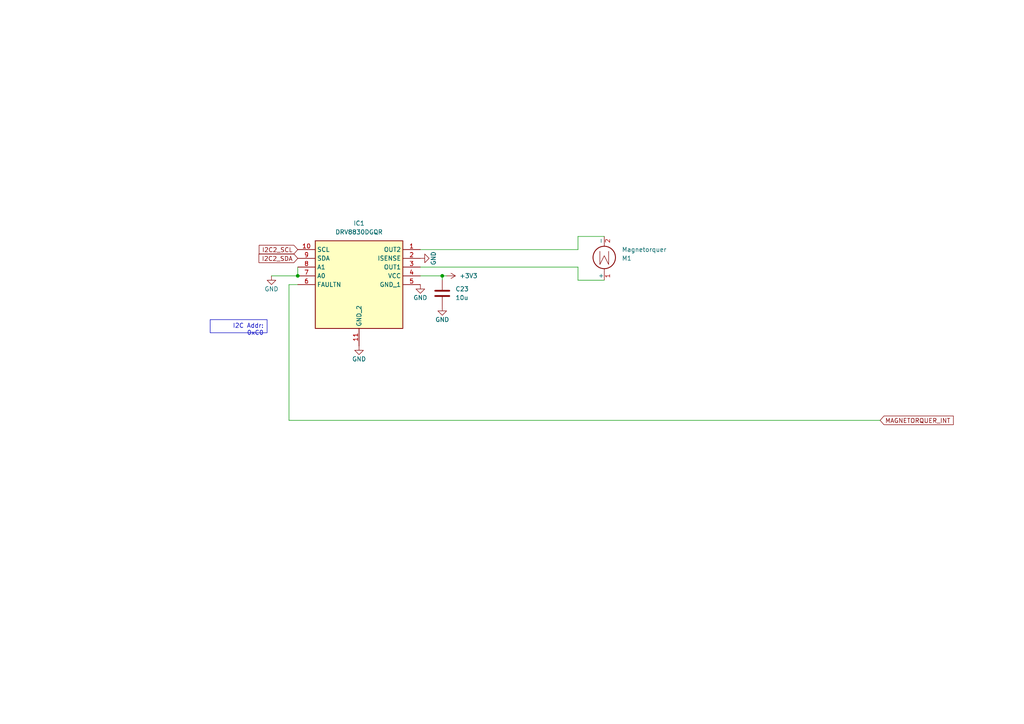
<source format=kicad_sch>
(kicad_sch (version 20230121) (generator eeschema)
  (paper "A4")
  (lib_symbols
    (symbol "Device:C" (pin_numbers hide) (pin_names (offset 0.254))
      (property "Reference" "C" (at 0.635 2.54 0))
      (property "Value" "C" (at 0.635 -2.54 0))
      (symbol "C_0_1"
        (polyline (pts (xy -2.032 -0.762) (xy 2.032 -0.762)) (stroke (width 0.508)))
        (polyline (pts (xy -2.032 0.762) (xy 2.032 0.762)) (stroke (width 0.508)))
      )
      (symbol "C_1_1"
        (pin passive line (at 0 3.81 270) (length 2.794) (name "~") (number "1"))
        (pin passive line (at 0 -3.81 90) (length 2.794) (name "~") (number "2"))
      )
    )
    (symbol "Motor:Motor_DC" (pin_names (offset 0))
      (property "Reference" "M" (at 2.54 2.54 0))
      (property "Value" "Motor_DC" (at 2.54 -5.08 0))
      (symbol "Motor_DC_0_0"
        (polyline (pts (xy -1.27 -3.302) (xy -1.27 0.508) (xy 0 -2.032) (xy 1.27 0.508) (xy 1.27 -3.302)))
      )
      (symbol "Motor_DC_0_1"
        (circle (center 0 -1.524) (radius 3.2512) (stroke (width 0.254)))
        (polyline (pts (xy 0 -7.62) (xy 0 -7.112)))
        (polyline (pts (xy 0 -4.7752) (xy 0 -5.1816)))
        (polyline (pts (xy 0 1.7272) (xy 0 2.0828)))
        (polyline (pts (xy 0 2.032) (xy 0 2.54)))
      )
      (symbol "Motor_DC_1_1"
        (pin passive line (at 0 5.08 270) (length 2.54) (name "+") (number "1"))
        (pin passive line (at 0 -7.62 90) (length 2.54) (name "-") (number "2"))
      )
    )
    (symbol "TVSC:DRV8830DGQR"
      (property "Reference" "IC" (at 31.75 7.62 0))
      (property "Value" "DRV8830DGQR" (at 31.75 5.08 0))
      (symbol "DRV8830DGQR_1_1"
        (rectangle (start 5.08 2.54) (end 30.48 -22.86) (stroke (width 0.254)) (fill (type background)))
        (pin passive line (at 0 0 0) (length 5.08) (name "OUT2") (number "1"))
        (pin passive line (at 35.56 0 180) (length 5.08) (name "SCL") (number "10"))
        (pin passive line (at 17.78 -27.94 90) (length 5.08) (name "GND_2") (number "11"))
        (pin passive line (at 0 -2.54 0) (length 5.08) (name "ISENSE") (number "2"))
        (pin passive line (at 0 -5.08 0) (length 5.08) (name "OUT1") (number "3"))
        (pin passive line (at 0 -7.62 0) (length 5.08) (name "VCC") (number "4"))
        (pin passive line (at 0 -10.16 0) (length 5.08) (name "GND_1") (number "5"))
        (pin passive line (at 35.56 -10.16 180) (length 5.08) (name "FAULTN") (number "6"))
        (pin passive line (at 35.56 -7.62 180) (length 5.08) (name "A0") (number "7"))
        (pin passive line (at 35.56 -5.08 180) (length 5.08) (name "A1") (number "8"))
        (pin passive line (at 35.56 -2.54 180) (length 5.08) (name "SDA") (number "9"))
      )
    )
    (symbol "power:+3V3" (power) (pin_names (offset 0))
      (property "Value" "+3V3" (at 0 3.556 0))
      (symbol "+3V3_0_1"
        (polyline (pts (xy -0.762 1.27) (xy 0 2.54)))
        (polyline (pts (xy 0 0) (xy 0 2.54)))
        (polyline (pts (xy 0 2.54) (xy 0.762 1.27)))
      )
      (symbol "+3V3_1_1"
        (pin power_in line (at 0 0 90) (length 0) hide (name "+3V3") (number "1"))
      )
    )
    (symbol "power:GND" (power) (pin_names (offset 0))
      (property "Value" "GND" (at 0 -3.81 0))
      (symbol "GND_0_1"
        (polyline (pts (xy 0 0) (xy 0 -1.27) (xy 1.27 -1.27) (xy 0 -2.54) (xy -1.27 -1.27) (xy 0 -1.27)))
      )
      (symbol "GND_1_1"
        (pin power_in line (at 0 0 270) (length 0) hide (name "GND") (number "1"))
      )
    )
  )
  (junction (at 86.36 80.01))
  (junction (at 128.27 80.01))
  (wire (pts (xy 86.36 77.47) (xy 86.36 80.01)))
  (wire (pts (xy 83.82 82.55) (xy 86.36 82.55)))
  (wire (pts (xy 83.82 121.92) (xy 255.27 121.92)))
  (wire (pts (xy 121.92 77.47) (xy 167.64 77.47)))
  (wire (pts (xy 167.64 68.58) (xy 175.26 68.58)))
  (wire (pts (xy 78.74 80.01) (xy 86.36 80.01)))
  (wire (pts (xy 129.54 80.01) (xy 128.27 80.01)))
  (wire (pts (xy 167.64 81.28) (xy 175.26 81.28)))
  (wire (pts (xy 83.82 82.55) (xy 83.82 121.92)))
  (wire (pts (xy 128.27 81.28) (xy 128.27 80.01)))
  (wire (pts (xy 121.92 72.39) (xy 167.64 72.39)))
  (wire (pts (xy 128.27 80.01) (xy 121.92 80.01)))
  (wire (pts (xy 167.64 77.47) (xy 167.64 81.28)))
  (wire (pts (xy 167.64 72.39) (xy 167.64 68.58)))
  (text_box "I2C Addr: 0xC0" (at 60.96 92.71 0) (size 16.51 3.81) (effects (font (size 1.27 1.27)) (justify right top)))
  (global_label "I2C2_SCL" (shape input) (at 86.36 72.39 180) (property "Intersheetrefs" "${INTERSHEET_REFS}" (effects hide)))
  (global_label "I2C2_SDA" (shape input) (at 86.36 74.93 180) (property "Intersheetrefs" "${INTERSHEET_REFS}" (effects hide)))
  (global_label "MAGNETORQUER_INT" (shape input) (at 255.27 121.92 0) (property "Intersheetrefs" "${INTERSHEET_REFS}" (effects hide)))
  (symbol (lib_id "power:GND") (at 121.92 74.93 90) (unit 1)
    (property "Reference" "#PWR050" (effects hide))
    (property "Value" "GND" (at 125.73 74.93 0))
  )
  (symbol (lib_id "power:GND") (at 128.27 88.9 0) (unit 1)
    (property "Reference" "#PWR035" (effects hide))
    (property "Value" "GND" (at 128.27 92.71 0))
  )
  (symbol (lib_id "power:+3V3") (at 129.54 80.01 270) (unit 1)
    (property "Reference" "#PWR034" (effects hide))
    (property "Value" "+3V3" (at 135.89 80.01 90))
  )
  (symbol (lib_id "TVSC:DRV8830DGQR") (at 121.92 72.39 0) (mirror y) (unit 1)
    (property "Reference" "IC1" (at 104.14 64.77 0))
    (property "Value" "DRV8830DGQR" (at 104.14 67.31 0))
    (property "Footprint" "footprints:SOP50P490X110-11N" (effects hide))
    (property "Datasheet" "http://www.ti.com/lit/ds/symlink/drv8830.pdf" (effects hide))
    (property "Height" "1.1" (effects hide))
    (property "Manufacturer_Name" "Texas Instruments" (effects hide))
    (property "Arrow Part Number" "DRV8830DGQR" (effects hide))
    (property "Arrow Price/Stock" "https://www.arrow.com/en/products/drv8830dgqr/texas-instruments?utm_currency=USD&region=nac" (effects hide))
    (property "Active" "Y" (effects hide))
    (property "MPN" "C127591" (effects hide))
    (property "Manufacturer" "Texas Instruments" (effects hide))
    (property "Manufacturer Part Number" "DRV8830DGQR" (effects hide))
  )
  (symbol (lib_id "power:GND") (at 121.92 82.55 0) (unit 1)
    (property "Reference" "#PWR049" (effects hide))
    (property "Value" "GND" (at 121.92 86.36 0))
  )
  (symbol (lib_id "power:GND") (at 104.14 100.33 0) (unit 1)
    (property "Reference" "#PWR036" (effects hide))
    (property "Value" "GND" (at 104.14 104.14 0))
  )
  (symbol (lib_id "Motor:Motor_DC") (at 175.26 76.2 0) (mirror x) (unit 1)
    (property "Reference" "M1" (at 180.34 74.93 0) (effects (justify left)))
    (property "Value" "Magnetorquer" (at 180.34 72.39 0) (effects (justify left)))
    (property "Footprint" "footprints:magnetorquer" (effects hide))
    (property "Active" "Y" (effects hide))
    (property "MPN" "NA" (effects hide))
  )
  (symbol (lib_id "Device:C") (at 128.27 85.09 0) (unit 1)
    (property "Reference" "C23" (at 132.08 83.82 0) (effects (justify left)))
    (property "Value" "10u" (at 132.08 86.36 0) (effects (justify left)))
    (property "Footprint" "footprints:Nondescript_C_0603_1608Metric" (effects hide))
    (property "Active" "Y" (effects hide))
    (property "Specs" "3.3V" (effects hide))
    (property "MPN" "C344022" (effects hide))
    (property "Manufacturer" "Murata Electronics" (effects hide))
    (property "Manufacturer Part Number" "GRM188R61E106KA73D" (effects hide))
    (property "Purpose" "Voltage regulator" (effects hide))
  )
  (symbol (lib_id "power:GND") (at 78.74 80.01 0) (unit 1)
    (property "Reference" "#PWR033" (effects hide))
    (property "Value" "GND" (at 78.74 83.82 0))
  )
)
</source>
